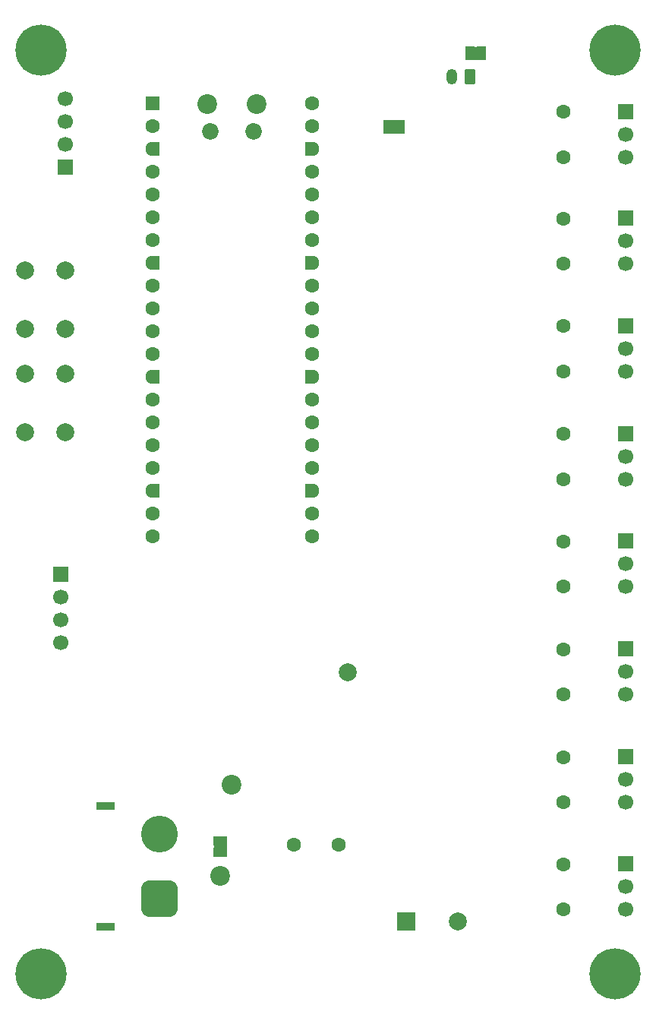
<source format=gbr>
%TF.GenerationSoftware,KiCad,Pcbnew,9.0.6*%
%TF.CreationDate,2025-11-30T21:04:56+01:00*%
%TF.ProjectId,controller,636f6e74-726f-46c6-9c65-722e6b696361,rev?*%
%TF.SameCoordinates,Original*%
%TF.FileFunction,Soldermask,Bot*%
%TF.FilePolarity,Negative*%
%FSLAX46Y46*%
G04 Gerber Fmt 4.6, Leading zero omitted, Abs format (unit mm)*
G04 Created by KiCad (PCBNEW 9.0.6) date 2025-11-30 21:04:56*
%MOMM*%
%LPD*%
G01*
G04 APERTURE LIST*
G04 Aperture macros list*
%AMRoundRect*
0 Rectangle with rounded corners*
0 $1 Rounding radius*
0 $2 $3 $4 $5 $6 $7 $8 $9 X,Y pos of 4 corners*
0 Add a 4 corners polygon primitive as box body*
4,1,4,$2,$3,$4,$5,$6,$7,$8,$9,$2,$3,0*
0 Add four circle primitives for the rounded corners*
1,1,$1+$1,$2,$3*
1,1,$1+$1,$4,$5*
1,1,$1+$1,$6,$7*
1,1,$1+$1,$8,$9*
0 Add four rect primitives between the rounded corners*
20,1,$1+$1,$2,$3,$4,$5,0*
20,1,$1+$1,$4,$5,$6,$7,0*
20,1,$1+$1,$6,$7,$8,$9,0*
20,1,$1+$1,$8,$9,$2,$3,0*%
%AMFreePoly0*
4,1,37,0.603843,0.796157,0.639018,0.796157,0.711114,0.766294,0.766294,0.711114,0.796157,0.639018,0.796157,0.603843,0.800000,0.600000,0.800000,-0.600000,0.796157,-0.603843,0.796157,-0.639018,0.766294,-0.711114,0.711114,-0.766294,0.639018,-0.796157,0.603843,-0.796157,0.600000,-0.800000,0.000000,-0.800000,0.000000,-0.796148,-0.078414,-0.796148,-0.232228,-0.765552,-0.377117,-0.705537,
-0.507515,-0.618408,-0.618408,-0.507515,-0.705537,-0.377117,-0.765552,-0.232228,-0.796148,-0.078414,-0.796148,0.078414,-0.765552,0.232228,-0.705537,0.377117,-0.618408,0.507515,-0.507515,0.618408,-0.377117,0.705537,-0.232228,0.765552,-0.078414,0.796148,0.000000,0.796148,0.000000,0.800000,0.600000,0.800000,0.603843,0.796157,0.603843,0.796157,$1*%
%AMFreePoly1*
4,1,37,0.000000,0.796148,0.078414,0.796148,0.232228,0.765552,0.377117,0.705537,0.507515,0.618408,0.618408,0.507515,0.705537,0.377117,0.765552,0.232228,0.796148,0.078414,0.796148,-0.078414,0.765552,-0.232228,0.705537,-0.377117,0.618408,-0.507515,0.507515,-0.618408,0.377117,-0.705537,0.232228,-0.765552,0.078414,-0.796148,0.000000,-0.796148,0.000000,-0.800000,-0.600000,-0.800000,
-0.603843,-0.796157,-0.639018,-0.796157,-0.711114,-0.766294,-0.766294,-0.711114,-0.796157,-0.639018,-0.796157,-0.603843,-0.800000,-0.600000,-0.800000,0.600000,-0.796157,0.603843,-0.796157,0.639018,-0.766294,0.711114,-0.711114,0.766294,-0.639018,0.796157,-0.603843,0.796157,-0.600000,0.800000,0.000000,0.800000,0.000000,0.796148,0.000000,0.796148,$1*%
G04 Aperture macros list end*
%ADD10C,2.200000*%
%ADD11C,1.850000*%
%ADD12RoundRect,0.200000X-0.600000X-0.600000X0.600000X-0.600000X0.600000X0.600000X-0.600000X0.600000X0*%
%ADD13C,1.600000*%
%ADD14FreePoly0,0.000000*%
%ADD15FreePoly1,0.000000*%
%ADD16C,2.000000*%
%ADD17R,1.700000X1.700000*%
%ADD18C,1.700000*%
%ADD19R,2.000000X2.000000*%
%ADD20C,3.600000*%
%ADD21C,5.700000*%
%ADD22R,2.000000X0.900000*%
%ADD23RoundRect,1.025000X1.025000X-1.025000X1.025000X1.025000X-1.025000X1.025000X-1.025000X-1.025000X0*%
%ADD24C,4.100000*%
%ADD25RoundRect,0.250000X0.350000X0.625000X-0.350000X0.625000X-0.350000X-0.625000X0.350000X-0.625000X0*%
%ADD26O,1.200000X1.750000*%
%ADD27R,1.000000X1.500000*%
%ADD28R,1.500000X1.000000*%
G04 APERTURE END LIST*
%TO.C,JP3*%
G36*
X87100000Y-33550000D02*
G01*
X87400000Y-33550000D01*
X87400000Y-32050000D01*
X87100000Y-32050000D01*
X87100000Y-33550000D01*
G37*
%TO.C,JP2*%
G36*
X59550000Y-121350000D02*
G01*
X58050000Y-121350000D01*
X58050000Y-121050000D01*
X59550000Y-121050000D01*
X59550000Y-121350000D01*
G37*
%TO.C,JP1*%
G36*
X78000000Y-41750000D02*
G01*
X78300000Y-41750000D01*
X78300000Y-40250000D01*
X78000000Y-40250000D01*
X78000000Y-41750000D01*
G37*
%TD*%
D10*
%TO.C,F1*%
X60000000Y-114300000D03*
X58800000Y-124500000D03*
%TD*%
%TO.C,A1*%
X57350000Y-38470000D03*
D11*
X57650000Y-41500000D03*
X62500000Y-41500000D03*
D10*
X62800000Y-38470000D03*
D12*
X51185000Y-38340000D03*
D13*
X51185000Y-40880000D03*
D14*
X51185000Y-43420000D03*
D13*
X51185000Y-45960000D03*
X51185000Y-48500000D03*
X51185000Y-51040000D03*
X51185000Y-53580000D03*
D14*
X51185000Y-56120000D03*
D13*
X51185000Y-58660000D03*
X51185000Y-61200000D03*
X51185000Y-63740000D03*
X51185000Y-66280000D03*
D14*
X51185000Y-68820000D03*
D13*
X51185000Y-71360000D03*
X51185000Y-73900000D03*
X51185000Y-76440000D03*
X51185000Y-78980000D03*
D14*
X51185000Y-81520000D03*
D13*
X51185000Y-84060000D03*
X51185000Y-86600000D03*
X68965000Y-86600000D03*
X68965000Y-84060000D03*
D15*
X68965000Y-81520000D03*
D13*
X68965000Y-78980000D03*
X68965000Y-76440000D03*
X68965000Y-73900000D03*
X68965000Y-71360000D03*
D15*
X68965000Y-68820000D03*
D13*
X68965000Y-66280000D03*
X68965000Y-63740000D03*
X68965000Y-61200000D03*
X68965000Y-58660000D03*
D15*
X68965000Y-56120000D03*
D13*
X68965000Y-53580000D03*
X68965000Y-51040000D03*
X68965000Y-48500000D03*
X68965000Y-45960000D03*
D15*
X68965000Y-43420000D03*
D13*
X68965000Y-40880000D03*
X68965000Y-38340000D03*
%TD*%
D16*
%TO.C,SW1*%
X37000000Y-75000000D03*
X37000000Y-68500000D03*
X41500000Y-75000000D03*
X41500000Y-68500000D03*
%TD*%
D17*
%TO.C,J3*%
X104000000Y-63120000D03*
D18*
X104000000Y-65660000D03*
X104000000Y-68200000D03*
%TD*%
D17*
%TO.C,J13*%
X104000000Y-39245000D03*
D18*
X104000000Y-41785000D03*
X104000000Y-44325000D03*
%TD*%
D17*
%TO.C,J7*%
X104000000Y-111140000D03*
D18*
X104000000Y-113680000D03*
X104000000Y-116220000D03*
%TD*%
D19*
%TO.C,TP1*%
X79500000Y-129500000D03*
%TD*%
D20*
%TO.C,H1*%
X102800000Y-135400000D03*
D21*
X102800000Y-135400000D03*
%TD*%
D16*
%TO.C,TP3*%
X85250000Y-129500000D03*
%TD*%
D17*
%TO.C,J12*%
X41500000Y-45500000D03*
D18*
X41500000Y-42960000D03*
X41500000Y-40420000D03*
X41500000Y-37880000D03*
%TD*%
D22*
%TO.C,J1*%
X46000000Y-130150000D03*
X46000000Y-116650000D03*
D23*
X52000000Y-127000000D03*
D24*
X52000000Y-119800000D03*
%TD*%
D17*
%TO.C,J10*%
X41000000Y-90880000D03*
D18*
X41000000Y-93420000D03*
X41000000Y-95960000D03*
X41000000Y-98500000D03*
%TD*%
D20*
%TO.C,H4*%
X102800000Y-32400000D03*
D21*
X102800000Y-32400000D03*
%TD*%
D20*
%TO.C,H3*%
X38800000Y-32400000D03*
D21*
X38800000Y-32400000D03*
%TD*%
D17*
%TO.C,J8*%
X104000000Y-123140000D03*
D18*
X104000000Y-125680000D03*
X104000000Y-128220000D03*
%TD*%
D17*
%TO.C,J5*%
X104000000Y-87140000D03*
D18*
X104000000Y-89680000D03*
X104000000Y-92220000D03*
%TD*%
D16*
%TO.C,SW2*%
X37000000Y-63500000D03*
X37000000Y-57000000D03*
X41500000Y-63500000D03*
X41500000Y-57000000D03*
%TD*%
D25*
%TO.C,J9*%
X86600000Y-35400000D03*
D26*
X84600000Y-35400000D03*
%TD*%
D17*
%TO.C,J4*%
X104000000Y-75140000D03*
D18*
X104000000Y-77680000D03*
X104000000Y-80220000D03*
%TD*%
D17*
%TO.C,J2*%
X104000000Y-51120000D03*
D18*
X104000000Y-53660000D03*
X104000000Y-56200000D03*
%TD*%
D16*
%TO.C,TP2*%
X73000000Y-101750000D03*
%TD*%
D20*
%TO.C,H2*%
X38800000Y-135400000D03*
D21*
X38800000Y-135400000D03*
%TD*%
D17*
%TO.C,J6*%
X104000000Y-99140000D03*
D18*
X104000000Y-101680000D03*
X104000000Y-104220000D03*
%TD*%
D27*
%TO.C,JP3*%
X86600000Y-32800000D03*
X87900000Y-32800000D03*
%TD*%
D13*
%TO.C,C6*%
X97000000Y-80220000D03*
X97000000Y-75220000D03*
%TD*%
%TO.C,C14*%
X97000000Y-128220000D03*
X97000000Y-123220000D03*
%TD*%
%TO.C,C10*%
X97000000Y-104220000D03*
X97000000Y-99220000D03*
%TD*%
%TO.C,C2*%
X97000000Y-56200000D03*
X97000000Y-51200000D03*
%TD*%
%TO.C,C32*%
X97000000Y-44325000D03*
X97000000Y-39325000D03*
%TD*%
%TO.C,C4*%
X97000000Y-68200000D03*
X97000000Y-63200000D03*
%TD*%
D28*
%TO.C,JP2*%
X58800000Y-121850000D03*
X58800000Y-120550000D03*
%TD*%
D13*
%TO.C,C25*%
X67000000Y-121000000D03*
X72000000Y-121000000D03*
%TD*%
%TO.C,C8*%
X97000000Y-92220000D03*
X97000000Y-87220000D03*
%TD*%
%TO.C,C12*%
X97000000Y-116220000D03*
X97000000Y-111220000D03*
%TD*%
D27*
%TO.C,JP1*%
X77500000Y-41000000D03*
X78800000Y-41000000D03*
%TD*%
M02*

</source>
